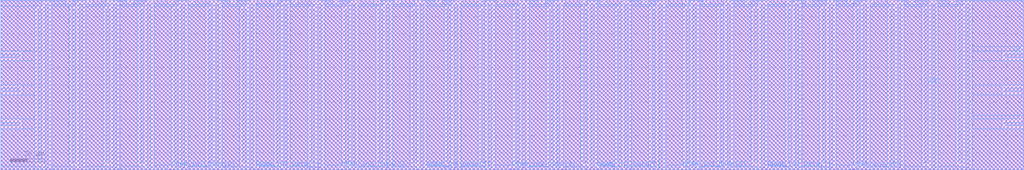
<source format=lef>
###############################################################
#  Generated by:      Cadence Innovus 21.14-s109_1
#  OS:                Linux x86_64(Host ID caen-vnc-mi05.engin.umich.edu)
#  Generated on:      Thu Mar 30 18:29:03 2023
#  Design:            writeback_controller
#  Command:           write_lef_abstract /afs/umich.edu/class/eecs627/w23/groups/group4/CNN_LSTM/wb_controller/apr/wb_controller/data/writeback_controller.lef -specifyTopLayer 4 -stripePin -PGpinLayers 4
###############################################################

VERSION 5.8 ;

BUSBITCHARS "[]" ;
DIVIDERCHAR "/" ;

MACRO writeback_controller
  CLASS BLOCK ;
  SIZE 600.000000 BY 100.000000 ;
  FOREIGN writeback_controller 0.000000 0.000000 ;
  ORIGIN 0 0 ;
  SYMMETRY X Y R90 ;
  PIN clk
    DIRECTION INPUT ;
    USE SIGNAL ;
    ANTENNAPARTIALMETALAREA 12.02 LAYER M4  ;
    ANTENNAPARTIALMETALSIDEAREA 0.1206 LAYER M4  ;
    ANTENNAMODEL OXIDE1 ;
    ANTENNAGATEAREA 1.2096 LAYER M4  ;
    ANTENNAMAXAREACAR 92.9835 LAYER M4  ;
    ANTENNAMAXSIDEAREACAR 0.93879 LAYER M4  ;
    ANTENNAMAXCUTCAR 2.38095 LAYER V4  ;
    PORT
      LAYER M4 ;
        RECT 599.400000 29.900000 600.000000 30.100000 ;
    END
  END clk
  PIN reset
    DIRECTION INPUT ;
    USE SIGNAL ;
    ANTENNAPARTIALMETALAREA 3.36 LAYER M4  ;
    ANTENNAPARTIALMETALSIDEAREA 0.0336 LAYER M4  ;
    ANTENNAMODEL OXIDE1 ;
    ANTENNAGATEAREA 0.2136 LAYER M4  ;
    ANTENNAMAXAREACAR 122.578 LAYER M4  ;
    ANTENNAMAXSIDEAREACAR 1.23081 LAYER M4  ;
    ANTENNAMAXCUTCAR 0.93633 LAYER V4  ;
    PORT
      LAYER M4 ;
        RECT 599.400000 70.300000 600.000000 70.500000 ;
    END
  END reset
  PIN DRAM_in3_WEN
    DIRECTION OUTPUT ;
    USE SIGNAL ;
    ANTENNADIFFAREA 2.112 LAYER M4  ;
    ANTENNAPARTIALMETALAREA 14.46 LAYER M4  ;
    ANTENNAPARTIALMETALSIDEAREA 0.1446 LAYER M4  ;
    PORT
      LAYER M4 ;
        RECT 499.500000 0.000000 499.700000 0.600000 ;
    END
  END DRAM_in3_WEN
  PIN DRAM_in3_Data[7]
    DIRECTION OUTPUT ;
    USE SIGNAL ;
    ANTENNADIFFAREA 3.348 LAYER M4  ;
    ANTENNAPARTIALMETALAREA 15.26 LAYER M4  ;
    ANTENNAPARTIALMETALSIDEAREA 0.1526 LAYER M4  ;
    PORT
      LAYER M4 ;
        RECT 449.500000 0.000000 449.700000 0.600000 ;
    END
  END DRAM_in3_Data[7]
  PIN DRAM_in3_Data[6]
    DIRECTION OUTPUT ;
    USE SIGNAL ;
    ANTENNADIFFAREA 3.348 LAYER M4  ;
    ANTENNAPARTIALMETALAREA 14.94 LAYER M4  ;
    ANTENNAPARTIALMETALSIDEAREA 0.1494 LAYER M4  ;
    PORT
      LAYER M4 ;
        RECT 399.500000 0.000000 399.700000 0.600000 ;
    END
  END DRAM_in3_Data[6]
  PIN DRAM_in3_Data[5]
    DIRECTION OUTPUT ;
    USE SIGNAL ;
    ANTENNADIFFAREA 2.112 LAYER M4  ;
    ANTENNAPARTIALMETALAREA 11.26 LAYER M4  ;
    ANTENNAPARTIALMETALSIDEAREA 0.1126 LAYER M4  ;
    PORT
      LAYER M4 ;
        RECT 349.500000 0.000000 349.700000 0.600000 ;
    END
  END DRAM_in3_Data[5]
  PIN DRAM_in3_Data[4]
    DIRECTION OUTPUT ;
    USE SIGNAL ;
    ANTENNADIFFAREA 2.112 LAYER M4  ;
    ANTENNAPARTIALMETALAREA 1.58 LAYER M4  ;
    ANTENNAPARTIALMETALSIDEAREA 0.0158 LAYER M4  ;
    PORT
      LAYER M4 ;
        RECT 299.500000 0.000000 299.700000 0.600000 ;
    END
  END DRAM_in3_Data[4]
  PIN DRAM_in3_Data[3]
    DIRECTION OUTPUT ;
    USE SIGNAL ;
    ANTENNADIFFAREA 2.112 LAYER M4  ;
    ANTENNAPARTIALMETALAREA 6.46 LAYER M4  ;
    ANTENNAPARTIALMETALSIDEAREA 0.0646 LAYER M4  ;
    PORT
      LAYER M4 ;
        RECT 249.500000 0.000000 249.700000 0.600000 ;
    END
  END DRAM_in3_Data[3]
  PIN DRAM_in3_Data[2]
    DIRECTION OUTPUT ;
    USE SIGNAL ;
    ANTENNADIFFAREA 2.112 LAYER M4  ;
    ANTENNAPARTIALMETALAREA 11.12 LAYER M4  ;
    ANTENNAPARTIALMETALSIDEAREA 0.1112 LAYER M4  ;
    PORT
      LAYER M4 ;
        RECT 199.500000 0.000000 199.700000 0.600000 ;
    END
  END DRAM_in3_Data[2]
  PIN DRAM_in3_Data[1]
    DIRECTION OUTPUT ;
    USE SIGNAL ;
    ANTENNADIFFAREA 2.112 LAYER M4  ;
    ANTENNAPARTIALMETALAREA 14.54 LAYER M4  ;
    ANTENNAPARTIALMETALSIDEAREA 0.1454 LAYER M4  ;
    PORT
      LAYER M4 ;
        RECT 149.500000 0.000000 149.700000 0.600000 ;
    END
  END DRAM_in3_Data[1]
  PIN DRAM_in3_Data[0]
    DIRECTION OUTPUT ;
    USE SIGNAL ;
    ANTENNADIFFAREA 2.112 LAYER M4  ;
    ANTENNAPARTIALMETALAREA 14.94 LAYER M4  ;
    ANTENNAPARTIALMETALSIDEAREA 0.1494 LAYER M4  ;
    PORT
      LAYER M4 ;
        RECT 99.900000 0.000000 100.100000 0.600000 ;
    END
  END DRAM_in3_Data[0]
  PIN pk_out_3__PE_state__2_
    DIRECTION INPUT ;
    USE SIGNAL ;
    ANTENNAPARTIALMETALAREA 2.3 LAYER M4  ;
    ANTENNAPARTIALMETALSIDEAREA 0.023 LAYER M4  ;
    ANTENNAMODEL OXIDE1 ;
    ANTENNAGATEAREA 0.0624 LAYER M4  ;
    ANTENNAMAXAREACAR 91.4599 LAYER M4  ;
    ANTENNAMAXSIDEAREACAR 0.930128 LAYER M4  ;
    ANTENNAMAXCUTCAR 3.20513 LAYER V4  ;
    PORT
      LAYER M4 ;
        RECT 558.300000 99.400000 558.500000 100.000000 ;
    END
  END pk_out_3__PE_state__2_
  PIN pk_out_3__PE_state__1_
    DIRECTION INPUT ;
    USE SIGNAL ;
    ANTENNAPARTIALMETALAREA 1.9 LAYER M4  ;
    ANTENNAPARTIALMETALSIDEAREA 0.019 LAYER M4  ;
    ANTENNAMODEL OXIDE1 ;
    ANTENNAGATEAREA 0.1632 LAYER M4  ;
    ANTENNAMAXAREACAR 21.9412 LAYER M4  ;
    ANTENNAMAXSIDEAREACAR 0.225613 LAYER M4  ;
    ANTENNAMAXCUTCAR 1.22549 LAYER V4  ;
    PORT
      LAYER M4 ;
        RECT 546.300000 99.400000 546.500000 100.000000 ;
    END
  END pk_out_3__PE_state__1_
  PIN pk_out_3__PE_state__0_
    DIRECTION INPUT ;
    USE SIGNAL ;
    ANTENNAPARTIALMETALAREA 2.06 LAYER M4  ;
    ANTENNAPARTIALMETALSIDEAREA 0.0206 LAYER M4  ;
    ANTENNAMODEL OXIDE1 ;
    ANTENNAGATEAREA 0.1632 LAYER M4  ;
    ANTENNAMAXAREACAR 26.7126 LAYER M4  ;
    ANTENNAMAXSIDEAREACAR 0.272794 LAYER M4  ;
    ANTENNAMAXCUTCAR 1.22549 LAYER V4  ;
    PORT
      LAYER M4 ;
        RECT 534.300000 99.400000 534.500000 100.000000 ;
    END
  END pk_out_3__PE_state__0_
  PIN pk_out_3__data__7_
    DIRECTION INPUT ;
    USE SIGNAL ;
    PORT
      LAYER M4 ;
        RECT 522.300000 99.400000 522.500000 100.000000 ;
    END
  END pk_out_3__data__7_
  PIN pk_out_3__data__6_
    DIRECTION INPUT ;
    USE SIGNAL ;
    PORT
      LAYER M4 ;
        RECT 510.300000 99.400000 510.500000 100.000000 ;
    END
  END pk_out_3__data__6_
  PIN pk_out_3__data__5_
    DIRECTION INPUT ;
    USE SIGNAL ;
    PORT
      LAYER M4 ;
        RECT 498.300000 99.400000 498.500000 100.000000 ;
    END
  END pk_out_3__data__5_
  PIN pk_out_3__data__4_
    DIRECTION INPUT ;
    USE SIGNAL ;
    PORT
      LAYER M4 ;
        RECT 486.300000 99.400000 486.500000 100.000000 ;
    END
  END pk_out_3__data__4_
  PIN pk_out_3__data__3_
    DIRECTION INPUT ;
    USE SIGNAL ;
    PORT
      LAYER M4 ;
        RECT 473.900000 99.400000 474.100000 100.000000 ;
    END
  END pk_out_3__data__3_
  PIN pk_out_3__data__2_
    DIRECTION INPUT ;
    USE SIGNAL ;
    PORT
      LAYER M4 ;
        RECT 461.900000 99.400000 462.100000 100.000000 ;
    END
  END pk_out_3__data__2_
  PIN pk_out_3__data__1_
    DIRECTION INPUT ;
    USE SIGNAL ;
    PORT
      LAYER M4 ;
        RECT 449.900000 99.400000 450.100000 100.000000 ;
    END
  END pk_out_3__data__1_
  PIN pk_out_3__data__0_
    DIRECTION INPUT ;
    USE SIGNAL ;
    PORT
      LAYER M4 ;
        RECT 437.900000 99.400000 438.100000 100.000000 ;
    END
  END pk_out_3__data__0_
  PIN pk_out_2__PE_state__2_
    DIRECTION INPUT ;
    USE SIGNAL ;
    ANTENNAPARTIALMETALAREA 2.54 LAYER M4  ;
    ANTENNAPARTIALMETALSIDEAREA 0.0254 LAYER M4  ;
    ANTENNAMODEL OXIDE1 ;
    ANTENNAGATEAREA 0.0624 LAYER M4  ;
    ANTENNAMAXAREACAR 105.562 LAYER M4  ;
    ANTENNAMAXSIDEAREACAR 1.07115 LAYER M4  ;
    ANTENNAMAXCUTCAR 3.20513 LAYER V4  ;
    PORT
      LAYER M4 ;
        RECT 425.900000 99.400000 426.100000 100.000000 ;
    END
  END pk_out_2__PE_state__2_
  PIN pk_out_2__PE_state__1_
    DIRECTION INPUT ;
    USE SIGNAL ;
    ANTENNAPARTIALMETALAREA 2.14 LAYER M4  ;
    ANTENNAPARTIALMETALSIDEAREA 0.0214 LAYER M4  ;
    ANTENNAMODEL OXIDE1 ;
    ANTENNAGATEAREA 0.1632 LAYER M4  ;
    ANTENNAMAXAREACAR 24.3922 LAYER M4  ;
    ANTENNAMAXSIDEAREACAR 0.250123 LAYER M4  ;
    ANTENNAMAXCUTCAR 1.22549 LAYER V4  ;
    PORT
      LAYER M4 ;
        RECT 413.900000 99.400000 414.100000 100.000000 ;
    END
  END pk_out_2__PE_state__1_
  PIN pk_out_2__PE_state__0_
    DIRECTION INPUT ;
    USE SIGNAL ;
    ANTENNAPARTIALMETALAREA 2.78 LAYER M4  ;
    ANTENNAPARTIALMETALSIDEAREA 0.0278 LAYER M4  ;
    ANTENNAMODEL OXIDE1 ;
    ANTENNAGATEAREA 0.1632 LAYER M4  ;
    ANTENNAMAXAREACAR 27.2028 LAYER M4  ;
    ANTENNAMAXSIDEAREACAR 0.277696 LAYER M4  ;
    ANTENNAMAXCUTCAR 1.22549 LAYER V4  ;
    PORT
      LAYER M4 ;
        RECT 401.500000 99.400000 401.700000 100.000000 ;
    END
  END pk_out_2__PE_state__0_
  PIN pk_out_2__data__7_
    DIRECTION INPUT ;
    USE SIGNAL ;
    PORT
      LAYER M4 ;
        RECT 389.500000 99.400000 389.700000 100.000000 ;
    END
  END pk_out_2__data__7_
  PIN pk_out_2__data__6_
    DIRECTION INPUT ;
    USE SIGNAL ;
    PORT
      LAYER M4 ;
        RECT 377.500000 99.400000 377.700000 100.000000 ;
    END
  END pk_out_2__data__6_
  PIN pk_out_2__data__5_
    DIRECTION INPUT ;
    USE SIGNAL ;
    PORT
      LAYER M4 ;
        RECT 365.500000 99.400000 365.700000 100.000000 ;
    END
  END pk_out_2__data__5_
  PIN pk_out_2__data__4_
    DIRECTION INPUT ;
    USE SIGNAL ;
    PORT
      LAYER M4 ;
        RECT 353.500000 99.400000 353.700000 100.000000 ;
    END
  END pk_out_2__data__4_
  PIN pk_out_2__data__3_
    DIRECTION INPUT ;
    USE SIGNAL ;
    PORT
      LAYER M4 ;
        RECT 341.500000 99.400000 341.700000 100.000000 ;
    END
  END pk_out_2__data__3_
  PIN pk_out_2__data__2_
    DIRECTION INPUT ;
    USE SIGNAL ;
    PORT
      LAYER M4 ;
        RECT 329.100000 99.400000 329.300000 100.000000 ;
    END
  END pk_out_2__data__2_
  PIN pk_out_2__data__1_
    DIRECTION INPUT ;
    USE SIGNAL ;
    PORT
      LAYER M4 ;
        RECT 317.100000 99.400000 317.300000 100.000000 ;
    END
  END pk_out_2__data__1_
  PIN pk_out_2__data__0_
    DIRECTION INPUT ;
    USE SIGNAL ;
    PORT
      LAYER M4 ;
        RECT 305.100000 99.400000 305.300000 100.000000 ;
    END
  END pk_out_2__data__0_
  PIN pk_out_1__PE_state__2_
    DIRECTION INPUT ;
    USE SIGNAL ;
    ANTENNAPARTIALMETALAREA 2.3 LAYER M4  ;
    ANTENNAPARTIALMETALSIDEAREA 0.023 LAYER M4  ;
    ANTENNAMODEL OXIDE1 ;
    ANTENNAGATEAREA 0.0624 LAYER M4  ;
    ANTENNAMAXAREACAR 69.6651 LAYER M4  ;
    ANTENNAMAXSIDEAREACAR 0.712179 LAYER M4  ;
    ANTENNAMAXCUTCAR 3.20513 LAYER V4  ;
    PORT
      LAYER M4 ;
        RECT 293.100000 99.400000 293.300000 100.000000 ;
    END
  END pk_out_1__PE_state__2_
  PIN pk_out_1__PE_state__1_
    DIRECTION INPUT ;
    USE SIGNAL ;
    ANTENNAPARTIALMETALAREA 2.22 LAYER M4  ;
    ANTENNAPARTIALMETALSIDEAREA 0.0222 LAYER M4  ;
    ANTENNAMODEL OXIDE1 ;
    ANTENNAGATEAREA 0.1632 LAYER M4  ;
    ANTENNAMAXAREACAR 21.451 LAYER M4  ;
    ANTENNAMAXSIDEAREACAR 0.220711 LAYER M4  ;
    ANTENNAMAXCUTCAR 1.22549 LAYER V4  ;
    PORT
      LAYER M4 ;
        RECT 281.100000 99.400000 281.300000 100.000000 ;
    END
  END pk_out_1__PE_state__1_
  PIN pk_out_1__PE_state__0_
    DIRECTION INPUT ;
    USE SIGNAL ;
    ANTENNAPARTIALMETALAREA 2.3 LAYER M4  ;
    ANTENNAPARTIALMETALSIDEAREA 0.023 LAYER M4  ;
    ANTENNAMODEL OXIDE1 ;
    ANTENNAGATEAREA 0.1632 LAYER M4  ;
    ANTENNAMAXAREACAR 34.5558 LAYER M4  ;
    ANTENNAMAXSIDEAREACAR 0.351225 LAYER M4  ;
    ANTENNAMAXCUTCAR 1.22549 LAYER V4  ;
    PORT
      LAYER M4 ;
        RECT 269.100000 99.400000 269.300000 100.000000 ;
    END
  END pk_out_1__PE_state__0_
  PIN pk_out_1__data__7_
    DIRECTION INPUT ;
    USE SIGNAL ;
    ANTENNAPARTIALMETALAREA 2.26 LAYER M4  ;
    ANTENNAPARTIALMETALSIDEAREA 0.023 LAYER M4  ;
    ANTENNAMODEL OXIDE1 ;
    ANTENNAGATEAREA 0.0888 LAYER M4  ;
    ANTENNAMAXAREACAR 38.7072 LAYER M4  ;
    ANTENNAMAXSIDEAREACAR 0.403829 LAYER M4  ;
    ANTENNAMAXCUTCAR 2.25225 LAYER V4  ;
    PORT
      LAYER M4 ;
        RECT 256.700000 99.400000 256.900000 100.000000 ;
    END
  END pk_out_1__data__7_
  PIN pk_out_1__data__6_
    DIRECTION INPUT ;
    USE SIGNAL ;
    ANTENNAPARTIALMETALAREA 2.34 LAYER M4  ;
    ANTENNAPARTIALMETALSIDEAREA 0.0238 LAYER M4  ;
    ANTENNAMODEL OXIDE1 ;
    ANTENNAGATEAREA 0.0888 LAYER M4  ;
    ANTENNAMAXAREACAR 43.2117 LAYER M4  ;
    ANTENNAMAXSIDEAREACAR 0.448874 LAYER M4  ;
    ANTENNAMAXCUTCAR 2.25225 LAYER V4  ;
    PORT
      LAYER M4 ;
        RECT 244.700000 99.400000 244.900000 100.000000 ;
    END
  END pk_out_1__data__6_
  PIN pk_out_1__data__5_
    DIRECTION INPUT ;
    USE SIGNAL ;
    ANTENNAPARTIALMETALAREA 2.34 LAYER M4  ;
    ANTENNAPARTIALMETALSIDEAREA 0.0238 LAYER M4  ;
    ANTENNAMODEL OXIDE1 ;
    ANTENNAGATEAREA 0.0888 LAYER M4  ;
    ANTENNAMAXAREACAR 41.4099 LAYER M4  ;
    ANTENNAMAXSIDEAREACAR 0.430856 LAYER M4  ;
    ANTENNAMAXCUTCAR 2.25225 LAYER V4  ;
    PORT
      LAYER M4 ;
        RECT 232.700000 99.400000 232.900000 100.000000 ;
    END
  END pk_out_1__data__5_
  PIN pk_out_1__data__4_
    DIRECTION INPUT ;
    USE SIGNAL ;
    ANTENNAPARTIALMETALAREA 2.26 LAYER M4  ;
    ANTENNAPARTIALMETALSIDEAREA 0.023 LAYER M4  ;
    ANTENNAMODEL OXIDE1 ;
    ANTENNAGATEAREA 0.0888 LAYER M4  ;
    ANTENNAMAXAREACAR 41.4099 LAYER M4  ;
    ANTENNAMAXSIDEAREACAR 0.430856 LAYER M4  ;
    ANTENNAMAXCUTCAR 2.25225 LAYER V4  ;
    PORT
      LAYER M4 ;
        RECT 220.700000 99.400000 220.900000 100.000000 ;
    END
  END pk_out_1__data__4_
  PIN pk_out_1__data__3_
    DIRECTION INPUT ;
    USE SIGNAL ;
    ANTENNAPARTIALMETALAREA 2.42 LAYER M4  ;
    ANTENNAPARTIALMETALSIDEAREA 0.0246 LAYER M4  ;
    ANTENNAMODEL OXIDE1 ;
    ANTENNAGATEAREA 0.0888 LAYER M4  ;
    ANTENNAMAXAREACAR 42.3108 LAYER M4  ;
    ANTENNAMAXSIDEAREACAR 0.439865 LAYER M4  ;
    ANTENNAMAXCUTCAR 2.25225 LAYER V4  ;
    PORT
      LAYER M4 ;
        RECT 208.700000 99.400000 208.900000 100.000000 ;
    END
  END pk_out_1__data__3_
  PIN pk_out_1__data__2_
    DIRECTION INPUT ;
    USE SIGNAL ;
    ANTENNAPARTIALMETALAREA 1.62 LAYER M4  ;
    ANTENNAPARTIALMETALSIDEAREA 0.0166 LAYER M4  ;
    ANTENNAMODEL OXIDE1 ;
    ANTENNAGATEAREA 0.0888 LAYER M4  ;
    ANTENNAMAXAREACAR 31.5 LAYER M4  ;
    ANTENNAMAXSIDEAREACAR 0.331757 LAYER M4  ;
    ANTENNAMAXCUTCAR 2.25225 LAYER V4  ;
    PORT
      LAYER M4 ;
        RECT 196.700000 99.400000 196.900000 100.000000 ;
    END
  END pk_out_1__data__2_
  PIN pk_out_1__data__1_
    DIRECTION INPUT ;
    USE SIGNAL ;
    ANTENNAPARTIALMETALAREA 3.06 LAYER M4  ;
    ANTENNAPARTIALMETALSIDEAREA 0.031 LAYER M4  ;
    ANTENNAMODEL OXIDE1 ;
    ANTENNAGATEAREA 0.0888 LAYER M4  ;
    ANTENNAMAXAREACAR 67.536 LAYER M4  ;
    ANTENNAMAXSIDEAREACAR 0.692117 LAYER M4  ;
    ANTENNAMAXCUTCAR 2.25225 LAYER V4  ;
    PORT
      LAYER M4 ;
        RECT 184.300000 99.400000 184.500000 100.000000 ;
    END
  END pk_out_1__data__1_
  PIN pk_out_1__data__0_
    DIRECTION INPUT ;
    USE SIGNAL ;
    ANTENNAPARTIALMETALAREA 2.34 LAYER M4  ;
    ANTENNAPARTIALMETALSIDEAREA 0.0238 LAYER M4  ;
    ANTENNAMODEL OXIDE1 ;
    ANTENNAGATEAREA 0.0888 LAYER M4  ;
    ANTENNAMAXAREACAR 31.5 LAYER M4  ;
    ANTENNAMAXSIDEAREACAR 0.331757 LAYER M4  ;
    ANTENNAMAXCUTCAR 2.25225 LAYER V4  ;
    PORT
      LAYER M4 ;
        RECT 172.300000 99.400000 172.500000 100.000000 ;
    END
  END pk_out_1__data__0_
  PIN pk_out_0__PE_state__2_
    DIRECTION INPUT ;
    USE SIGNAL ;
    ANTENNAPARTIALMETALAREA 2.14 LAYER M4  ;
    ANTENNAPARTIALMETALSIDEAREA 0.0214 LAYER M4  ;
    ANTENNAMODEL OXIDE1 ;
    ANTENNAGATEAREA 0.6168 LAYER M4  ;
    ANTENNAMAXAREACAR 6.89559 LAYER M4  ;
    ANTENNAMAXSIDEAREACAR 0.070655 LAYER M4  ;
    ANTENNAMAXCUTCAR 0.259403 LAYER V4  ;
    PORT
      LAYER M4 ;
        RECT 160.300000 99.400000 160.500000 100.000000 ;
    END
  END pk_out_0__PE_state__2_
  PIN pk_out_0__PE_state__1_
    DIRECTION INPUT ;
    USE SIGNAL ;
    ANTENNAPARTIALMETALAREA 2.46 LAYER M4  ;
    ANTENNAPARTIALMETALSIDEAREA 0.0246 LAYER M4  ;
    ANTENNAMODEL OXIDE1 ;
    ANTENNAGATEAREA 0.1488 LAYER M4  ;
    ANTENNAMAXAREACAR 23.369 LAYER M4  ;
    ANTENNAMAXSIDEAREACAR 0.238038 LAYER M4  ;
    ANTENNAMAXCUTCAR 1.6129 LAYER V4  ;
    PORT
      LAYER M4 ;
        RECT 148.300000 99.400000 148.500000 100.000000 ;
    END
  END pk_out_0__PE_state__1_
  PIN pk_out_0__PE_state__0_
    DIRECTION INPUT ;
    USE SIGNAL ;
    ANTENNAPARTIALMETALAREA 2.22 LAYER M4  ;
    ANTENNAPARTIALMETALSIDEAREA 0.0222 LAYER M4  ;
    ANTENNAMODEL OXIDE1 ;
    ANTENNAGATEAREA 0.1488 LAYER M4  ;
    ANTENNAMAXAREACAR 31.5316 LAYER M4  ;
    ANTENNAMAXSIDEAREACAR 0.321237 LAYER M4  ;
    ANTENNAMAXCUTCAR 1.34409 LAYER V4  ;
    PORT
      LAYER M4 ;
        RECT 136.300000 99.400000 136.500000 100.000000 ;
    END
  END pk_out_0__PE_state__0_
  PIN pk_out_0__data__7_
    DIRECTION INPUT ;
    USE SIGNAL ;
    ANTENNAPARTIALMETALAREA 4.7 LAYER M4  ;
    ANTENNAPARTIALMETALSIDEAREA 0.047 LAYER M4  ;
    ANTENNAMODEL OXIDE1 ;
    ANTENNAGATEAREA 0.1728 LAYER M4  ;
    ANTENNAMAXAREACAR 91.4722 LAYER M4  ;
    ANTENNAMAXSIDEAREACAR 0.920718 LAYER M4  ;
    ANTENNAMAXCUTCAR 1.15741 LAYER V4  ;
    PORT
      LAYER M4 ;
        RECT 124.300000 99.400000 124.500000 100.000000 ;
    END
  END pk_out_0__data__7_
  PIN pk_out_0__data__6_
    DIRECTION INPUT ;
    USE SIGNAL ;
    ANTENNAPARTIALMETALAREA 1.7 LAYER M4  ;
    ANTENNAPARTIALMETALSIDEAREA 0.0174 LAYER M4  ;
    ANTENNAMODEL OXIDE1 ;
    ANTENNAGATEAREA 0.1728 LAYER M4  ;
    ANTENNAMAXAREACAR 15.7778 LAYER M4  ;
    ANTENNAMAXSIDEAREACAR 0.166088 LAYER M4  ;
    ANTENNAMAXCUTCAR 1.15741 LAYER V4  ;
    PORT
      LAYER M4 ;
        RECT 111.900000 99.400000 112.100000 100.000000 ;
    END
  END pk_out_0__data__6_
  PIN pk_out_0__data__5_
    DIRECTION INPUT ;
    USE SIGNAL ;
    ANTENNAPARTIALMETALAREA 2.38 LAYER M4  ;
    ANTENNAPARTIALMETALSIDEAREA 0.0238 LAYER M4  ;
    ANTENNAMODEL OXIDE1 ;
    ANTENNAGATEAREA 0.1728 LAYER M4  ;
    ANTENNAMAXAREACAR 97.0278 LAYER M4  ;
    ANTENNAMAXSIDEAREACAR 0.976273 LAYER M4  ;
    ANTENNAMAXCUTCAR 1.15741 LAYER V4  ;
    PORT
      LAYER M4 ;
        RECT 99.900000 99.400000 100.100000 100.000000 ;
    END
  END pk_out_0__data__5_
  PIN pk_out_0__data__4_
    DIRECTION INPUT ;
    USE SIGNAL ;
    ANTENNAPARTIALMETALAREA 4.3 LAYER M4  ;
    ANTENNAPARTIALMETALSIDEAREA 0.043 LAYER M4  ;
    ANTENNAMODEL OXIDE1 ;
    ANTENNAGATEAREA 0.1728 LAYER M4  ;
    ANTENNAMAXAREACAR 132.676 LAYER M4  ;
    ANTENNAMAXSIDEAREACAR 1.33275 LAYER M4  ;
    ANTENNAMAXCUTCAR 1.15741 LAYER V4  ;
    PORT
      LAYER M4 ;
        RECT 87.900000 99.400000 88.100000 100.000000 ;
    END
  END pk_out_0__data__4_
  PIN pk_out_0__data__3_
    DIRECTION INPUT ;
    USE SIGNAL ;
    ANTENNAPARTIALMETALAREA 2.54 LAYER M4  ;
    ANTENNAPARTIALMETALSIDEAREA 0.0254 LAYER M4  ;
    ANTENNAMODEL OXIDE1 ;
    ANTENNAGATEAREA 0.1728 LAYER M4  ;
    ANTENNAMAXAREACAR 120.639 LAYER M4  ;
    ANTENNAMAXSIDEAREACAR 1.21238 LAYER M4  ;
    ANTENNAMAXCUTCAR 1.15741 LAYER V4  ;
    PORT
      LAYER M4 ;
        RECT 75.900000 99.400000 76.100000 100.000000 ;
    END
  END pk_out_0__data__3_
  PIN pk_out_0__data__2_
    DIRECTION INPUT ;
    USE SIGNAL ;
    ANTENNAPARTIALMETALAREA 3.82 LAYER M4  ;
    ANTENNAPARTIALMETALSIDEAREA 0.0382 LAYER M4  ;
    ANTENNAMODEL OXIDE1 ;
    ANTENNAGATEAREA 0.1728 LAYER M4  ;
    ANTENNAMAXAREACAR 141.935 LAYER M4  ;
    ANTENNAMAXSIDEAREACAR 1.42535 LAYER M4  ;
    ANTENNAMAXCUTCAR 1.15741 LAYER V4  ;
    PORT
      LAYER M4 ;
        RECT 63.900000 99.400000 64.100000 100.000000 ;
    END
  END pk_out_0__data__2_
  PIN pk_out_0__data__1_
    DIRECTION INPUT ;
    USE SIGNAL ;
    ANTENNAPARTIALMETALAREA 2.86 LAYER M4  ;
    ANTENNAPARTIALMETALSIDEAREA 0.0286 LAYER M4  ;
    ANTENNAMODEL OXIDE1 ;
    ANTENNAGATEAREA 0.1728 LAYER M4  ;
    ANTENNAMAXAREACAR 136.843 LAYER M4  ;
    ANTENNAMAXSIDEAREACAR 1.37442 LAYER M4  ;
    ANTENNAMAXCUTCAR 1.15741 LAYER V4  ;
    PORT
      LAYER M4 ;
        RECT 51.900000 99.400000 52.100000 100.000000 ;
    END
  END pk_out_0__data__1_
  PIN pk_out_0__data__0_
    DIRECTION INPUT ;
    USE SIGNAL ;
    ANTENNAPARTIALMETALAREA 3.18 LAYER M4  ;
    ANTENNAPARTIALMETALSIDEAREA 0.0318 LAYER M4  ;
    ANTENNAMODEL OXIDE1 ;
    ANTENNAGATEAREA 0.1728 LAYER M4  ;
    ANTENNAMAXAREACAR 142.861 LAYER M4  ;
    ANTENNAMAXSIDEAREACAR 1.43461 LAYER M4  ;
    ANTENNAMAXCUTCAR 1.15741 LAYER V4  ;
    PORT
      LAYER M4 ;
        RECT 39.900000 99.400000 40.100000 100.000000 ;
    END
  END pk_out_0__data__0_
  PIN VSS
    DIRECTION INOUT ;
    USE GROUND ;

# P/G power stripe data as pin
    PORT
      LAYER M4 ;
        RECT 26.000000 1.000000 28.000000 97.400000 ;
        RECT 46.000000 1.000000 48.000000 97.400000 ;
        RECT 66.000000 1.000000 68.000000 97.400000 ;
        RECT 86.000000 1.000000 88.000000 97.400000 ;
        RECT 106.000000 1.000000 108.000000 97.400000 ;
        RECT 126.000000 1.000000 128.000000 97.400000 ;
        RECT 146.000000 1.000000 148.000000 97.400000 ;
        RECT 186.000000 1.000000 188.000000 97.400000 ;
        RECT 166.000000 1.000000 168.000000 97.400000 ;
        RECT 206.000000 1.000000 208.000000 97.400000 ;
        RECT 226.000000 1.000000 228.000000 97.400000 ;
        RECT 246.000000 1.000000 248.000000 97.400000 ;
        RECT 266.000000 1.000000 268.000000 97.400000 ;
        RECT 286.000000 1.000000 288.000000 97.400000 ;
        RECT 306.000000 1.000000 308.000000 97.400000 ;
        RECT 326.000000 1.000000 328.000000 97.400000 ;
        RECT 346.000000 1.000000 348.000000 97.400000 ;
        RECT 366.000000 1.000000 368.000000 97.400000 ;
        RECT 386.000000 1.000000 388.000000 97.400000 ;
        RECT 406.000000 1.000000 408.000000 97.400000 ;
        RECT 426.000000 1.000000 428.000000 97.400000 ;
        RECT 446.000000 1.000000 448.000000 97.400000 ;
        RECT 486.000000 1.000000 488.000000 97.400000 ;
        RECT 466.000000 1.000000 468.000000 97.400000 ;
        RECT 506.000000 1.000000 508.000000 97.400000 ;
        RECT 526.000000 1.000000 528.000000 97.400000 ;
        RECT 546.000000 1.000000 548.000000 97.400000 ;
        RECT 566.000000 1.000000 568.000000 97.400000 ;
        RECT 1.000000 26.000000 10.880000 28.000000 ;
        RECT 1.000000 46.000000 10.880000 48.000000 ;
        RECT 589.120000 26.000000 599.000000 28.000000 ;
        RECT 589.120000 46.000000 599.000000 48.000000 ;
        RECT 1.000000 66.000000 10.880000 68.000000 ;
        RECT 589.120000 66.000000 599.000000 68.000000 ;
    END
# end of P/G power stripe data as pin

  END VSS
  PIN VDD
    DIRECTION INOUT ;
    USE POWER ;

# P/G power stripe data as pin
    PORT
      LAYER M4 ;
        RECT 22.000000 4.000000 24.000000 94.400000 ;
        RECT 62.000000 4.000000 64.000000 94.400000 ;
        RECT 42.000000 4.000000 44.000000 94.400000 ;
        RECT 102.000000 4.000000 104.000000 94.400000 ;
        RECT 82.000000 4.000000 84.000000 94.400000 ;
        RECT 142.000000 4.000000 144.000000 94.400000 ;
        RECT 122.000000 4.000000 124.000000 94.400000 ;
        RECT 182.000000 4.000000 184.000000 94.400000 ;
        RECT 162.000000 4.000000 164.000000 94.400000 ;
        RECT 222.000000 4.000000 224.000000 94.400000 ;
        RECT 202.000000 4.000000 204.000000 94.400000 ;
        RECT 262.000000 4.000000 264.000000 94.400000 ;
        RECT 242.000000 4.000000 244.000000 94.400000 ;
        RECT 282.000000 4.000000 284.000000 94.400000 ;
        RECT 322.000000 4.000000 324.000000 94.400000 ;
        RECT 302.000000 4.000000 304.000000 94.400000 ;
        RECT 362.000000 4.000000 364.000000 94.400000 ;
        RECT 342.000000 4.000000 344.000000 94.400000 ;
        RECT 402.000000 4.000000 404.000000 94.400000 ;
        RECT 382.000000 4.000000 384.000000 94.400000 ;
        RECT 442.000000 4.000000 444.000000 94.400000 ;
        RECT 422.000000 4.000000 424.000000 94.400000 ;
        RECT 482.000000 4.000000 484.000000 94.400000 ;
        RECT 462.000000 4.000000 464.000000 94.400000 ;
        RECT 502.000000 4.000000 504.000000 94.400000 ;
        RECT 522.000000 4.000000 524.000000 94.400000 ;
        RECT 562.000000 4.000000 564.000000 94.400000 ;
        RECT 542.000000 4.000000 544.000000 94.400000 ;
    END
# end of P/G power stripe data as pin

  END VDD
  OBS
    LAYER M1 ;
      RECT 0.000000 0.000000 600.000000 100.000000 ;
    LAYER M2 ;
      RECT 0.000000 0.000000 600.000000 100.000000 ;
    LAYER M3 ;
      RECT 0.000000 0.000000 600.000000 100.000000 ;
    LAYER M4 ;
      RECT 560.420000 99.320000 600.000000 100.000000 ;
      RECT 548.420000 99.320000 556.380000 100.000000 ;
      RECT 536.420000 99.320000 544.380000 100.000000 ;
      RECT 524.420000 99.320000 532.380000 100.000000 ;
      RECT 500.420000 99.320000 508.380000 100.000000 ;
      RECT 488.420000 99.320000 496.380000 100.000000 ;
      RECT 476.020000 99.320000 484.380000 100.000000 ;
      RECT 464.020000 99.320000 471.980000 100.000000 ;
      RECT 440.020000 99.320000 447.980000 100.000000 ;
      RECT 428.020000 99.320000 435.980000 100.000000 ;
      RECT 403.620000 99.320000 411.980000 100.000000 ;
      RECT 379.620000 99.320000 387.580000 100.000000 ;
      RECT 367.620000 99.320000 375.580000 100.000000 ;
      RECT 343.620000 99.320000 351.580000 100.000000 ;
      RECT 319.220000 99.320000 327.180000 100.000000 ;
      RECT 307.220000 99.320000 315.180000 100.000000 ;
      RECT 283.220000 99.320000 291.180000 100.000000 ;
      RECT 258.820000 99.320000 267.180000 100.000000 ;
      RECT 246.820000 99.320000 254.780000 100.000000 ;
      RECT 222.820000 99.320000 230.780000 100.000000 ;
      RECT 198.820000 99.320000 206.780000 100.000000 ;
      RECT 186.420000 99.320000 194.780000 100.000000 ;
      RECT 162.420000 99.320000 170.380000 100.000000 ;
      RECT 138.420000 99.320000 146.380000 100.000000 ;
      RECT 126.420000 99.320000 134.380000 100.000000 ;
      RECT 102.020000 99.320000 109.980000 100.000000 ;
      RECT 78.020000 99.320000 85.980000 100.000000 ;
      RECT 66.020000 99.320000 73.980000 100.000000 ;
      RECT 42.020000 99.320000 49.980000 100.000000 ;
      RECT 0.000000 99.320000 37.980000 100.000000 ;
      RECT 560.420000 97.480000 564.080000 99.320000 ;
      RECT 549.920000 97.480000 556.380000 99.320000 ;
      RECT 536.420000 97.480000 544.080000 99.320000 ;
      RECT 529.920000 97.480000 532.380000 99.320000 ;
      RECT 512.420000 97.480000 520.380000 100.000000 ;
      RECT 500.420000 97.480000 504.080000 99.320000 ;
      RECT 489.920000 97.480000 496.380000 99.320000 ;
      RECT 476.020000 97.480000 484.080000 99.320000 ;
      RECT 469.920000 97.480000 471.980000 99.320000 ;
      RECT 464.020000 97.480000 464.080000 99.320000 ;
      RECT 452.020000 97.480000 459.980000 100.000000 ;
      RECT 440.020000 97.480000 444.080000 99.320000 ;
      RECT 429.920000 97.480000 435.980000 99.320000 ;
      RECT 416.020000 97.480000 423.980000 100.000000 ;
      RECT 409.920000 97.480000 411.980000 99.320000 ;
      RECT 403.620000 97.480000 404.080000 99.320000 ;
      RECT 391.620000 97.480000 399.580000 100.000000 ;
      RECT 379.620000 97.480000 384.080000 99.320000 ;
      RECT 369.920000 97.480000 375.580000 99.320000 ;
      RECT 355.620000 97.480000 363.580000 100.000000 ;
      RECT 349.920000 97.480000 351.580000 99.320000 ;
      RECT 343.620000 97.480000 344.080000 99.320000 ;
      RECT 331.220000 97.480000 339.580000 100.000000 ;
      RECT 319.220000 97.480000 324.080000 99.320000 ;
      RECT 309.920000 97.480000 315.180000 99.320000 ;
      RECT 295.220000 97.480000 303.180000 100.000000 ;
      RECT 289.920000 97.480000 291.180000 99.320000 ;
      RECT 283.220000 97.480000 284.080000 99.320000 ;
      RECT 271.220000 97.480000 279.180000 100.000000 ;
      RECT 258.820000 97.480000 264.080000 99.320000 ;
      RECT 249.920000 97.480000 254.780000 99.320000 ;
      RECT 234.820000 97.480000 242.780000 100.000000 ;
      RECT 229.920000 97.480000 230.780000 99.320000 ;
      RECT 222.820000 97.480000 224.080000 99.320000 ;
      RECT 210.820000 97.480000 218.780000 100.000000 ;
      RECT 198.820000 97.480000 204.080000 99.320000 ;
      RECT 189.920000 97.480000 194.780000 99.320000 ;
      RECT 174.420000 97.480000 182.380000 100.000000 ;
      RECT 169.920000 97.480000 170.380000 99.320000 ;
      RECT 162.420000 97.480000 164.080000 99.320000 ;
      RECT 150.420000 97.480000 158.380000 100.000000 ;
      RECT 138.420000 97.480000 144.080000 99.320000 ;
      RECT 129.920000 97.480000 134.380000 99.320000 ;
      RECT 114.020000 97.480000 122.380000 100.000000 ;
      RECT 109.920000 97.480000 109.980000 99.320000 ;
      RECT 102.020000 97.480000 104.080000 99.320000 ;
      RECT 90.020000 97.480000 97.980000 100.000000 ;
      RECT 78.020000 97.480000 84.080000 99.320000 ;
      RECT 69.920000 97.480000 73.980000 99.320000 ;
      RECT 54.020000 97.480000 61.980000 100.000000 ;
      RECT 49.920000 97.480000 49.980000 99.320000 ;
      RECT 42.020000 97.480000 44.080000 99.320000 ;
      RECT 29.920000 97.480000 37.980000 99.320000 ;
      RECT 549.920000 96.320000 564.080000 97.480000 ;
      RECT 529.920000 96.320000 544.080000 97.480000 ;
      RECT 509.920000 96.320000 524.080000 97.480000 ;
      RECT 489.920000 96.320000 504.080000 97.480000 ;
      RECT 469.920000 96.320000 484.080000 97.480000 ;
      RECT 449.920000 96.320000 464.080000 97.480000 ;
      RECT 429.920000 96.320000 444.080000 97.480000 ;
      RECT 409.920000 96.320000 424.080000 97.480000 ;
      RECT 389.920000 96.320000 404.080000 97.480000 ;
      RECT 369.920000 96.320000 384.080000 97.480000 ;
      RECT 349.920000 96.320000 364.080000 97.480000 ;
      RECT 329.920000 96.320000 344.080000 97.480000 ;
      RECT 309.920000 96.320000 324.080000 97.480000 ;
      RECT 289.920000 96.320000 304.080000 97.480000 ;
      RECT 269.920000 96.320000 284.080000 97.480000 ;
      RECT 249.920000 96.320000 264.080000 97.480000 ;
      RECT 229.920000 96.320000 244.080000 97.480000 ;
      RECT 209.920000 96.320000 224.080000 97.480000 ;
      RECT 189.920000 96.320000 204.080000 97.480000 ;
      RECT 169.920000 96.320000 184.080000 97.480000 ;
      RECT 149.920000 96.320000 164.080000 97.480000 ;
      RECT 129.920000 96.320000 144.080000 97.480000 ;
      RECT 109.920000 96.320000 124.080000 97.480000 ;
      RECT 89.920000 96.320000 104.080000 97.480000 ;
      RECT 69.920000 96.320000 84.080000 97.480000 ;
      RECT 49.920000 96.320000 64.080000 97.480000 ;
      RECT 29.920000 96.320000 44.080000 97.480000 ;
      RECT 0.000000 96.320000 24.080000 99.320000 ;
      RECT 569.920000 72.420000 600.000000 99.320000 ;
      RECT 569.920000 69.920000 597.480000 72.420000 ;
      RECT 0.000000 69.920000 20.080000 96.320000 ;
      RECT 569.920000 64.080000 587.200000 69.920000 ;
      RECT 12.800000 64.080000 20.080000 69.920000 ;
      RECT 569.920000 49.920000 600.000000 64.080000 ;
      RECT 0.000000 49.920000 20.080000 64.080000 ;
      RECT 569.920000 44.080000 587.200000 49.920000 ;
      RECT 12.800000 44.080000 20.080000 49.920000 ;
      RECT 569.920000 32.020000 600.000000 44.080000 ;
      RECT 569.920000 29.920000 597.480000 32.020000 ;
      RECT 0.000000 29.920000 20.080000 44.080000 ;
      RECT 569.920000 24.080000 587.200000 29.920000 ;
      RECT 12.800000 24.080000 20.080000 29.920000 ;
      RECT 489.920000 2.520000 500.080000 96.320000 ;
      RECT 449.920000 2.520000 460.080000 96.320000 ;
      RECT 389.920000 2.520000 400.080000 96.320000 ;
      RECT 349.920000 2.520000 360.080000 96.320000 ;
      RECT 289.920000 2.520000 300.080000 96.320000 ;
      RECT 249.920000 2.520000 260.080000 96.320000 ;
      RECT 189.920000 2.520000 200.080000 96.320000 ;
      RECT 149.920000 2.520000 160.080000 96.320000 ;
      RECT 89.920000 2.520000 100.080000 96.320000 ;
      RECT 549.920000 2.080000 560.080000 96.320000 ;
      RECT 529.920000 2.080000 540.080000 96.320000 ;
      RECT 509.920000 2.080000 520.080000 96.320000 ;
      RECT 469.920000 2.080000 480.080000 96.320000 ;
      RECT 451.620000 2.080000 460.080000 2.520000 ;
      RECT 429.920000 2.080000 440.080000 96.320000 ;
      RECT 409.920000 2.080000 420.080000 96.320000 ;
      RECT 369.920000 2.080000 380.080000 96.320000 ;
      RECT 351.620000 2.080000 360.080000 2.520000 ;
      RECT 329.920000 2.080000 340.080000 96.320000 ;
      RECT 309.920000 2.080000 320.080000 96.320000 ;
      RECT 269.920000 2.080000 280.080000 96.320000 ;
      RECT 251.620000 2.080000 260.080000 2.520000 ;
      RECT 229.920000 2.080000 240.080000 96.320000 ;
      RECT 209.920000 2.080000 220.080000 96.320000 ;
      RECT 169.920000 2.080000 180.080000 96.320000 ;
      RECT 151.620000 2.080000 160.080000 2.520000 ;
      RECT 129.920000 2.080000 140.080000 96.320000 ;
      RECT 109.920000 2.080000 120.080000 96.320000 ;
      RECT 69.920000 2.080000 80.080000 96.320000 ;
      RECT 49.920000 2.080000 60.080000 96.320000 ;
      RECT 29.920000 2.080000 40.080000 96.320000 ;
      RECT 0.000000 2.080000 20.080000 24.080000 ;
      RECT 569.920000 0.000000 600.000000 24.080000 ;
      RECT 549.920000 0.000000 564.080000 2.080000 ;
      RECT 529.920000 0.000000 544.080000 2.080000 ;
      RECT 509.920000 0.000000 524.080000 2.080000 ;
      RECT 501.620000 0.000000 504.080000 2.080000 ;
      RECT 489.920000 0.000000 497.580000 2.520000 ;
      RECT 469.920000 0.000000 484.080000 2.080000 ;
      RECT 451.620000 0.000000 464.080000 2.080000 ;
      RECT 429.920000 0.000000 444.080000 2.080000 ;
      RECT 409.920000 0.000000 424.080000 2.080000 ;
      RECT 401.620000 0.000000 404.080000 2.080000 ;
      RECT 389.920000 0.000000 397.580000 2.520000 ;
      RECT 369.920000 0.000000 384.080000 2.080000 ;
      RECT 351.620000 0.000000 364.080000 2.080000 ;
      RECT 329.920000 0.000000 344.080000 2.080000 ;
      RECT 309.920000 0.000000 324.080000 2.080000 ;
      RECT 301.620000 0.000000 304.080000 2.080000 ;
      RECT 289.920000 0.000000 297.580000 2.520000 ;
      RECT 269.920000 0.000000 284.080000 2.080000 ;
      RECT 251.620000 0.000000 264.080000 2.080000 ;
      RECT 229.920000 0.000000 244.080000 2.080000 ;
      RECT 209.920000 0.000000 224.080000 2.080000 ;
      RECT 201.620000 0.000000 204.080000 2.080000 ;
      RECT 189.920000 0.000000 197.580000 2.520000 ;
      RECT 169.920000 0.000000 184.080000 2.080000 ;
      RECT 151.620000 0.000000 164.080000 2.080000 ;
      RECT 129.920000 0.000000 144.080000 2.080000 ;
      RECT 109.920000 0.000000 124.080000 2.080000 ;
      RECT 102.020000 0.000000 104.080000 2.080000 ;
      RECT 89.920000 0.000000 97.980000 2.520000 ;
      RECT 69.920000 0.000000 84.080000 2.080000 ;
      RECT 49.920000 0.000000 64.080000 2.080000 ;
      RECT 29.920000 0.000000 44.080000 2.080000 ;
      RECT 0.000000 0.000000 24.080000 2.080000 ;
  END
END writeback_controller

END LIBRARY

</source>
